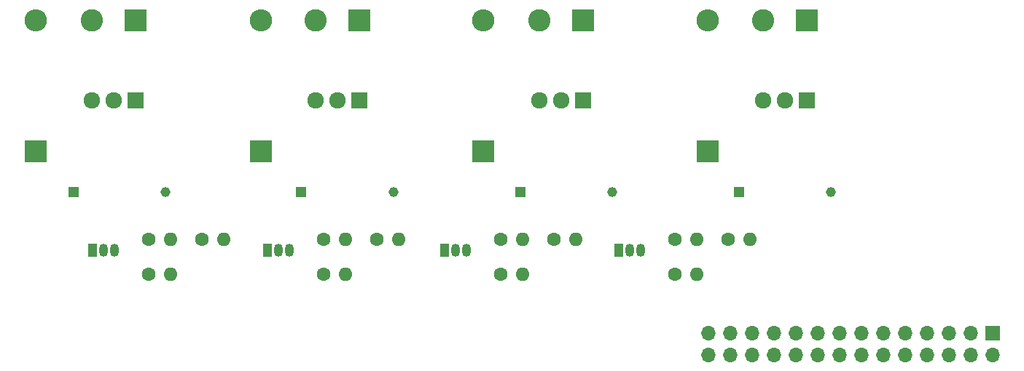
<source format=gbr>
%TF.GenerationSoftware,KiCad,Pcbnew,7.0.1*%
%TF.CreationDate,2023-04-25T19:24:48-07:00*%
%TF.ProjectId,MakeItRain - DaughterBoard Blank,4d616b65-4974-4526-9169-6e202d204461,rev?*%
%TF.SameCoordinates,Original*%
%TF.FileFunction,Soldermask,Bot*%
%TF.FilePolarity,Negative*%
%FSLAX46Y46*%
G04 Gerber Fmt 4.6, Leading zero omitted, Abs format (unit mm)*
G04 Created by KiCad (PCBNEW 7.0.1) date 2023-04-25 19:24:48*
%MOMM*%
%LPD*%
G01*
G04 APERTURE LIST*
%ADD10R,1.700000X1.700000*%
%ADD11O,1.700000X1.700000*%
%ADD12R,1.150000X1.150000*%
%ADD13C,1.150000*%
%ADD14C,1.600000*%
%ADD15O,1.600000X1.600000*%
%ADD16R,1.920000X1.920000*%
%ADD17C,1.920000*%
%ADD18R,2.600000X2.600000*%
%ADD19C,2.600000*%
%ADD20O,2.600000X2.600000*%
%ADD21R,1.050000X1.500000*%
%ADD22O,1.050000X1.500000*%
G04 APERTURE END LIST*
D10*
%TO.C,J1*%
X170349000Y-121042300D03*
D11*
X170349000Y-123582300D03*
X167809000Y-121042300D03*
X167809000Y-123582300D03*
X165269000Y-121042300D03*
X165269000Y-123582300D03*
X162729000Y-121042300D03*
X162729000Y-123582300D03*
X160189000Y-121042300D03*
X160189000Y-123582300D03*
X157649000Y-121042300D03*
X157649000Y-123582300D03*
X155109000Y-121042300D03*
X155109000Y-123582300D03*
X152569000Y-121042300D03*
X152569000Y-123582300D03*
X150029000Y-121042300D03*
X150029000Y-123582300D03*
X147489000Y-121042300D03*
X147489000Y-123582300D03*
X144949000Y-121042300D03*
X144949000Y-123582300D03*
X142409000Y-121042300D03*
X142409000Y-123582300D03*
X139869000Y-121042300D03*
X139869000Y-123582300D03*
X137329000Y-121042300D03*
X137329000Y-123582300D03*
%TD*%
D12*
%TO.C,Z3*%
X115460364Y-104593019D03*
D13*
X126160364Y-104593019D03*
%TD*%
D14*
%TO.C,R12*%
X133485574Y-110147841D03*
D15*
X136025574Y-110147841D03*
%TD*%
D14*
%TO.C,R10*%
X133485574Y-114197841D03*
D15*
X136025574Y-114197841D03*
%TD*%
D16*
%TO.C,Q2*%
X70812955Y-93947182D03*
D17*
X68272955Y-93947182D03*
X65732955Y-93947182D03*
%TD*%
D18*
%TO.C,P1*%
X70817955Y-84610664D03*
D19*
X65737955Y-84610664D03*
%TD*%
D18*
%TO.C,D1*%
X59178463Y-99850664D03*
D20*
X59178463Y-84610664D03*
%TD*%
D14*
%TO.C,R5*%
X98817126Y-110147841D03*
D15*
X101357126Y-110147841D03*
%TD*%
D12*
%TO.C,Z1*%
X63569002Y-104593019D03*
D13*
X74269002Y-104593019D03*
%TD*%
D14*
%TO.C,R6*%
X92677126Y-110147841D03*
D15*
X95217126Y-110147841D03*
%TD*%
D18*
%TO.C,D3*%
X111168051Y-99850664D03*
D20*
X111168051Y-84610664D03*
%TD*%
D12*
%TO.C,Z2*%
X90049609Y-104593019D03*
D13*
X100749609Y-104593019D03*
%TD*%
D14*
%TO.C,R11*%
X139625574Y-110147841D03*
D15*
X142165574Y-110147841D03*
%TD*%
D16*
%TO.C,Q8*%
X148760345Y-93947182D03*
D17*
X146220345Y-93947182D03*
X143680345Y-93947182D03*
%TD*%
D14*
%TO.C,R7*%
X113228492Y-114197841D03*
D15*
X115768492Y-114197841D03*
%TD*%
D21*
%TO.C,Q7*%
X126935574Y-111377841D03*
D22*
X128205574Y-111377841D03*
X129475574Y-111377841D03*
%TD*%
D16*
%TO.C,Q4*%
X96810208Y-93947182D03*
D17*
X94270208Y-93947182D03*
X91730208Y-93947182D03*
%TD*%
D14*
%TO.C,R3*%
X72317291Y-110147841D03*
D15*
X74857291Y-110147841D03*
%TD*%
D18*
%TO.C,P4*%
X148765345Y-84610664D03*
D19*
X143685345Y-84610664D03*
%TD*%
D14*
%TO.C,R9*%
X113228492Y-110147841D03*
D15*
X115768492Y-110147841D03*
%TD*%
D21*
%TO.C,Q1*%
X65767291Y-111377841D03*
D22*
X67037291Y-111377841D03*
X68307291Y-111377841D03*
%TD*%
D21*
%TO.C,Q5*%
X106678492Y-111377841D03*
D22*
X107948492Y-111377841D03*
X109218492Y-111377841D03*
%TD*%
D16*
%TO.C,Q6*%
X122777881Y-93947182D03*
D17*
X120237881Y-93947182D03*
X117697881Y-93947182D03*
%TD*%
D14*
%TO.C,R2*%
X78457291Y-110147841D03*
D15*
X80997291Y-110147841D03*
%TD*%
D18*
%TO.C,P2*%
X96815208Y-84610664D03*
D19*
X91735208Y-84610664D03*
%TD*%
D21*
%TO.C,Q3*%
X86127126Y-111377841D03*
D22*
X87397126Y-111377841D03*
X88667126Y-111377841D03*
%TD*%
D14*
%TO.C,R8*%
X119368492Y-110147841D03*
D15*
X121908492Y-110147841D03*
%TD*%
D18*
%TO.C,D4*%
X137268886Y-99850664D03*
D20*
X137268886Y-84610664D03*
%TD*%
D14*
%TO.C,R1*%
X72317291Y-114197841D03*
D15*
X74857291Y-114197841D03*
%TD*%
D12*
%TO.C,Z4*%
X140876856Y-104593019D03*
D13*
X151576856Y-104593019D03*
%TD*%
D18*
%TO.C,D2*%
X85333551Y-99850664D03*
D20*
X85333551Y-84610664D03*
%TD*%
D14*
%TO.C,R4*%
X92677126Y-114197841D03*
D15*
X95217126Y-114197841D03*
%TD*%
D18*
%TO.C,P3*%
X122782881Y-84610664D03*
D19*
X117702881Y-84610664D03*
%TD*%
M02*

</source>
